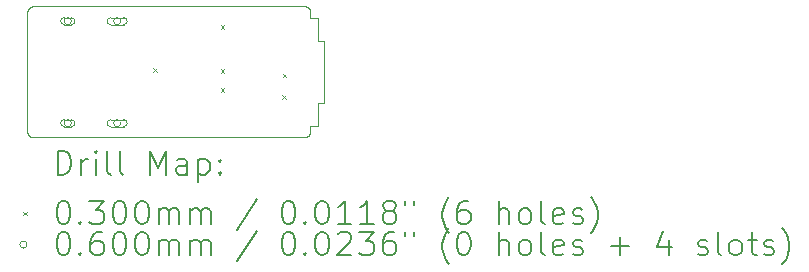
<source format=gbr>
%TF.GenerationSoftware,KiCad,Pcbnew,8.0.0*%
%TF.CreationDate,2024-02-27T22:23:39+03:00*%
%TF.ProjectId,dummifier,64756d6d-6966-4696-9572-2e6b69636164,rev?*%
%TF.SameCoordinates,Original*%
%TF.FileFunction,Drillmap*%
%TF.FilePolarity,Positive*%
%FSLAX45Y45*%
G04 Gerber Fmt 4.5, Leading zero omitted, Abs format (unit mm)*
G04 Created by KiCad (PCBNEW 8.0.0) date 2024-02-27 22:23:39*
%MOMM*%
%LPD*%
G01*
G04 APERTURE LIST*
%ADD10C,0.067468*%
%ADD11C,0.200000*%
%ADD12C,0.100000*%
G04 APERTURE END LIST*
D10*
X4395079Y-1974016D02*
X4397354Y-1974166D01*
X4399600Y-1974414D01*
X4401814Y-1974758D01*
X4403994Y-1975196D01*
X4406139Y-1975724D01*
X4408247Y-1976342D01*
X4410315Y-1977047D01*
X4412341Y-1977837D01*
X4414323Y-1978709D01*
X4416260Y-1979662D01*
X4418150Y-1980694D01*
X4419989Y-1981802D01*
X4421777Y-1982983D01*
X4423511Y-1984237D01*
X4425190Y-1985561D01*
X4427266Y-1987366D01*
X4429241Y-1989279D01*
X4431111Y-1991296D01*
X4432871Y-1993413D01*
X4434516Y-1995624D01*
X4436042Y-1997926D01*
X4437444Y-2000314D01*
X4438717Y-2002783D01*
X4439858Y-2005329D01*
X4440862Y-2007948D01*
X4441723Y-2010635D01*
X4442438Y-2013386D01*
X4443003Y-2016196D01*
X4443411Y-2019060D01*
X4443660Y-2021975D01*
X4443743Y-2024936D01*
X4443743Y-2077589D01*
X4510896Y-2077589D01*
X4510896Y-2265184D01*
X4561919Y-2265184D01*
X4561919Y-2797080D01*
X4510896Y-2797080D01*
X4510896Y-2984675D01*
X4443743Y-2984675D01*
X4443743Y-3033061D01*
X4443677Y-3035693D01*
X4443481Y-3038289D01*
X4443159Y-3040847D01*
X4442712Y-3043363D01*
X4442145Y-3045834D01*
X4441461Y-3048256D01*
X4440663Y-3050627D01*
X4439753Y-3052944D01*
X4438736Y-3055204D01*
X4437614Y-3057402D01*
X4436390Y-3059537D01*
X4435067Y-3061604D01*
X4433650Y-3063602D01*
X4432140Y-3065526D01*
X4430541Y-3067373D01*
X4428856Y-3069141D01*
X4427088Y-3070826D01*
X4425241Y-3072425D01*
X4423317Y-3073936D01*
X4421320Y-3075354D01*
X4419252Y-3076676D01*
X4417118Y-3077900D01*
X4414919Y-3079023D01*
X4412660Y-3080041D01*
X4410344Y-3080950D01*
X4407972Y-3081749D01*
X4405550Y-3082433D01*
X4403079Y-3083000D01*
X4400563Y-3083447D01*
X4398005Y-3083770D01*
X4395409Y-3083966D01*
X4392776Y-3084032D01*
X2099052Y-3084035D01*
X2096419Y-3083969D01*
X2093823Y-3083773D01*
X2091265Y-3083450D01*
X2088750Y-3083004D01*
X2086279Y-3082437D01*
X2083856Y-3081752D01*
X2081485Y-3080954D01*
X2079168Y-3080044D01*
X2076909Y-3079026D01*
X2074711Y-3077904D01*
X2072576Y-3076680D01*
X2070508Y-3075357D01*
X2068511Y-3073939D01*
X2066587Y-3072429D01*
X2064739Y-3070830D01*
X2062971Y-3069144D01*
X2061286Y-3067376D01*
X2059687Y-3065529D01*
X2058177Y-3063605D01*
X2056759Y-3061607D01*
X2055436Y-3059540D01*
X2054212Y-3057405D01*
X2053090Y-3055207D01*
X2052072Y-3052948D01*
X2051162Y-3050631D01*
X2050364Y-3048259D01*
X2049679Y-3045837D01*
X2049112Y-3043366D01*
X2048666Y-3040850D01*
X2048343Y-3038293D01*
X2048147Y-3035696D01*
X2048081Y-3033064D01*
X2048081Y-2024936D01*
X2048147Y-2022304D01*
X2048343Y-2019707D01*
X2048666Y-2017150D01*
X2049112Y-2014634D01*
X2049679Y-2012163D01*
X2050364Y-2009740D01*
X2051162Y-2007369D01*
X2052072Y-2005052D01*
X2053090Y-2002793D01*
X2054212Y-2000595D01*
X2055436Y-1998460D01*
X2056759Y-1996392D01*
X2058177Y-1994395D01*
X2059687Y-1992471D01*
X2061286Y-1990623D01*
X2062971Y-1988856D01*
X2064739Y-1987170D01*
X2066587Y-1985571D01*
X2068511Y-1984061D01*
X2070508Y-1982643D01*
X2072576Y-1981320D01*
X2074711Y-1980096D01*
X2076909Y-1978974D01*
X2079168Y-1977956D01*
X2081485Y-1977046D01*
X2083856Y-1976248D01*
X2086279Y-1975563D01*
X2088750Y-1974996D01*
X2091265Y-1974550D01*
X2093823Y-1974227D01*
X2096419Y-1974031D01*
X2099052Y-1973965D01*
X4392776Y-1973965D01*
X4395079Y-1974016D01*
D11*
D12*
X3112573Y-2497427D02*
X3142573Y-2527427D01*
X3142573Y-2497427D02*
X3112573Y-2527427D01*
X3685000Y-2135000D02*
X3715000Y-2165000D01*
X3715000Y-2135000D02*
X3685000Y-2165000D01*
X3685000Y-2508500D02*
X3715000Y-2538500D01*
X3715000Y-2508500D02*
X3685000Y-2538500D01*
X3685000Y-2667500D02*
X3715000Y-2697500D01*
X3715000Y-2667500D02*
X3685000Y-2697500D01*
X4208000Y-2726000D02*
X4238000Y-2756000D01*
X4238000Y-2726000D02*
X4208000Y-2756000D01*
X4209000Y-2544000D02*
X4239000Y-2574000D01*
X4239000Y-2544000D02*
X4209000Y-2574000D01*
X2420500Y-2100000D02*
G75*
G02*
X2360500Y-2100000I-30000J0D01*
G01*
X2360500Y-2100000D02*
G75*
G02*
X2420500Y-2100000I30000J0D01*
G01*
X2420500Y-2070000D02*
X2360500Y-2070000D01*
X2360500Y-2130000D02*
G75*
G02*
X2360500Y-2070000I0J30000D01*
G01*
X2360500Y-2130000D02*
X2420500Y-2130000D01*
X2420500Y-2130000D02*
G75*
G03*
X2420500Y-2070000I0J30000D01*
G01*
X2420500Y-2964000D02*
G75*
G02*
X2360500Y-2964000I-30000J0D01*
G01*
X2360500Y-2964000D02*
G75*
G02*
X2420500Y-2964000I30000J0D01*
G01*
X2420500Y-2934000D02*
X2360500Y-2934000D01*
X2360500Y-2994000D02*
G75*
G02*
X2360500Y-2934000I0J30000D01*
G01*
X2360500Y-2994000D02*
X2420500Y-2994000D01*
X2420500Y-2994000D02*
G75*
G03*
X2420500Y-2934000I0J30000D01*
G01*
X2838500Y-2100000D02*
G75*
G02*
X2778500Y-2100000I-30000J0D01*
G01*
X2778500Y-2100000D02*
G75*
G02*
X2838500Y-2100000I30000J0D01*
G01*
X2863500Y-2070000D02*
X2753500Y-2070000D01*
X2753500Y-2130000D02*
G75*
G02*
X2753500Y-2070000I0J30000D01*
G01*
X2753500Y-2130000D02*
X2863500Y-2130000D01*
X2863500Y-2130000D02*
G75*
G03*
X2863500Y-2070000I0J30000D01*
G01*
X2838500Y-2964000D02*
G75*
G02*
X2778500Y-2964000I-30000J0D01*
G01*
X2778500Y-2964000D02*
G75*
G02*
X2838500Y-2964000I30000J0D01*
G01*
X2863500Y-2934000D02*
X2753500Y-2934000D01*
X2753500Y-2994000D02*
G75*
G02*
X2753500Y-2934000I0J30000D01*
G01*
X2753500Y-2994000D02*
X2863500Y-2994000D01*
X2863500Y-2994000D02*
G75*
G03*
X2863500Y-2934000I0J30000D01*
G01*
D11*
X2305484Y-3398892D02*
X2305484Y-3198892D01*
X2305484Y-3198892D02*
X2353103Y-3198892D01*
X2353103Y-3198892D02*
X2381675Y-3208416D01*
X2381675Y-3208416D02*
X2400722Y-3227464D01*
X2400722Y-3227464D02*
X2410246Y-3246511D01*
X2410246Y-3246511D02*
X2419770Y-3284606D01*
X2419770Y-3284606D02*
X2419770Y-3313178D01*
X2419770Y-3313178D02*
X2410246Y-3351273D01*
X2410246Y-3351273D02*
X2400722Y-3370321D01*
X2400722Y-3370321D02*
X2381675Y-3389368D01*
X2381675Y-3389368D02*
X2353103Y-3398892D01*
X2353103Y-3398892D02*
X2305484Y-3398892D01*
X2505484Y-3398892D02*
X2505484Y-3265559D01*
X2505484Y-3303654D02*
X2515008Y-3284606D01*
X2515008Y-3284606D02*
X2524532Y-3275083D01*
X2524532Y-3275083D02*
X2543580Y-3265559D01*
X2543580Y-3265559D02*
X2562627Y-3265559D01*
X2629294Y-3398892D02*
X2629294Y-3265559D01*
X2629294Y-3198892D02*
X2619770Y-3208416D01*
X2619770Y-3208416D02*
X2629294Y-3217940D01*
X2629294Y-3217940D02*
X2638818Y-3208416D01*
X2638818Y-3208416D02*
X2629294Y-3198892D01*
X2629294Y-3198892D02*
X2629294Y-3217940D01*
X2753103Y-3398892D02*
X2734056Y-3389368D01*
X2734056Y-3389368D02*
X2724532Y-3370321D01*
X2724532Y-3370321D02*
X2724532Y-3198892D01*
X2857865Y-3398892D02*
X2838818Y-3389368D01*
X2838818Y-3389368D02*
X2829294Y-3370321D01*
X2829294Y-3370321D02*
X2829294Y-3198892D01*
X3086437Y-3398892D02*
X3086437Y-3198892D01*
X3086437Y-3198892D02*
X3153103Y-3341749D01*
X3153103Y-3341749D02*
X3219770Y-3198892D01*
X3219770Y-3198892D02*
X3219770Y-3398892D01*
X3400722Y-3398892D02*
X3400722Y-3294130D01*
X3400722Y-3294130D02*
X3391199Y-3275083D01*
X3391199Y-3275083D02*
X3372151Y-3265559D01*
X3372151Y-3265559D02*
X3334056Y-3265559D01*
X3334056Y-3265559D02*
X3315008Y-3275083D01*
X3400722Y-3389368D02*
X3381675Y-3398892D01*
X3381675Y-3398892D02*
X3334056Y-3398892D01*
X3334056Y-3398892D02*
X3315008Y-3389368D01*
X3315008Y-3389368D02*
X3305484Y-3370321D01*
X3305484Y-3370321D02*
X3305484Y-3351273D01*
X3305484Y-3351273D02*
X3315008Y-3332225D01*
X3315008Y-3332225D02*
X3334056Y-3322702D01*
X3334056Y-3322702D02*
X3381675Y-3322702D01*
X3381675Y-3322702D02*
X3400722Y-3313178D01*
X3495960Y-3265559D02*
X3495960Y-3465559D01*
X3495960Y-3275083D02*
X3515008Y-3265559D01*
X3515008Y-3265559D02*
X3553103Y-3265559D01*
X3553103Y-3265559D02*
X3572151Y-3275083D01*
X3572151Y-3275083D02*
X3581675Y-3284606D01*
X3581675Y-3284606D02*
X3591199Y-3303654D01*
X3591199Y-3303654D02*
X3591199Y-3360797D01*
X3591199Y-3360797D02*
X3581675Y-3379844D01*
X3581675Y-3379844D02*
X3572151Y-3389368D01*
X3572151Y-3389368D02*
X3553103Y-3398892D01*
X3553103Y-3398892D02*
X3515008Y-3398892D01*
X3515008Y-3398892D02*
X3495960Y-3389368D01*
X3676913Y-3379844D02*
X3686437Y-3389368D01*
X3686437Y-3389368D02*
X3676913Y-3398892D01*
X3676913Y-3398892D02*
X3667389Y-3389368D01*
X3667389Y-3389368D02*
X3676913Y-3379844D01*
X3676913Y-3379844D02*
X3676913Y-3398892D01*
X3676913Y-3275083D02*
X3686437Y-3284606D01*
X3686437Y-3284606D02*
X3676913Y-3294130D01*
X3676913Y-3294130D02*
X3667389Y-3284606D01*
X3667389Y-3284606D02*
X3676913Y-3275083D01*
X3676913Y-3275083D02*
X3676913Y-3294130D01*
D12*
X2014707Y-3712408D02*
X2044707Y-3742408D01*
X2044707Y-3712408D02*
X2014707Y-3742408D01*
D11*
X2343580Y-3618892D02*
X2362627Y-3618892D01*
X2362627Y-3618892D02*
X2381675Y-3628416D01*
X2381675Y-3628416D02*
X2391199Y-3637940D01*
X2391199Y-3637940D02*
X2400722Y-3656987D01*
X2400722Y-3656987D02*
X2410246Y-3695083D01*
X2410246Y-3695083D02*
X2410246Y-3742702D01*
X2410246Y-3742702D02*
X2400722Y-3780797D01*
X2400722Y-3780797D02*
X2391199Y-3799844D01*
X2391199Y-3799844D02*
X2381675Y-3809368D01*
X2381675Y-3809368D02*
X2362627Y-3818892D01*
X2362627Y-3818892D02*
X2343580Y-3818892D01*
X2343580Y-3818892D02*
X2324532Y-3809368D01*
X2324532Y-3809368D02*
X2315008Y-3799844D01*
X2315008Y-3799844D02*
X2305484Y-3780797D01*
X2305484Y-3780797D02*
X2295961Y-3742702D01*
X2295961Y-3742702D02*
X2295961Y-3695083D01*
X2295961Y-3695083D02*
X2305484Y-3656987D01*
X2305484Y-3656987D02*
X2315008Y-3637940D01*
X2315008Y-3637940D02*
X2324532Y-3628416D01*
X2324532Y-3628416D02*
X2343580Y-3618892D01*
X2495961Y-3799844D02*
X2505484Y-3809368D01*
X2505484Y-3809368D02*
X2495961Y-3818892D01*
X2495961Y-3818892D02*
X2486437Y-3809368D01*
X2486437Y-3809368D02*
X2495961Y-3799844D01*
X2495961Y-3799844D02*
X2495961Y-3818892D01*
X2572151Y-3618892D02*
X2695961Y-3618892D01*
X2695961Y-3618892D02*
X2629294Y-3695083D01*
X2629294Y-3695083D02*
X2657865Y-3695083D01*
X2657865Y-3695083D02*
X2676913Y-3704606D01*
X2676913Y-3704606D02*
X2686437Y-3714130D01*
X2686437Y-3714130D02*
X2695961Y-3733178D01*
X2695961Y-3733178D02*
X2695961Y-3780797D01*
X2695961Y-3780797D02*
X2686437Y-3799844D01*
X2686437Y-3799844D02*
X2676913Y-3809368D01*
X2676913Y-3809368D02*
X2657865Y-3818892D01*
X2657865Y-3818892D02*
X2600722Y-3818892D01*
X2600722Y-3818892D02*
X2581675Y-3809368D01*
X2581675Y-3809368D02*
X2572151Y-3799844D01*
X2819770Y-3618892D02*
X2838818Y-3618892D01*
X2838818Y-3618892D02*
X2857865Y-3628416D01*
X2857865Y-3628416D02*
X2867389Y-3637940D01*
X2867389Y-3637940D02*
X2876913Y-3656987D01*
X2876913Y-3656987D02*
X2886437Y-3695083D01*
X2886437Y-3695083D02*
X2886437Y-3742702D01*
X2886437Y-3742702D02*
X2876913Y-3780797D01*
X2876913Y-3780797D02*
X2867389Y-3799844D01*
X2867389Y-3799844D02*
X2857865Y-3809368D01*
X2857865Y-3809368D02*
X2838818Y-3818892D01*
X2838818Y-3818892D02*
X2819770Y-3818892D01*
X2819770Y-3818892D02*
X2800722Y-3809368D01*
X2800722Y-3809368D02*
X2791199Y-3799844D01*
X2791199Y-3799844D02*
X2781675Y-3780797D01*
X2781675Y-3780797D02*
X2772151Y-3742702D01*
X2772151Y-3742702D02*
X2772151Y-3695083D01*
X2772151Y-3695083D02*
X2781675Y-3656987D01*
X2781675Y-3656987D02*
X2791199Y-3637940D01*
X2791199Y-3637940D02*
X2800722Y-3628416D01*
X2800722Y-3628416D02*
X2819770Y-3618892D01*
X3010246Y-3618892D02*
X3029294Y-3618892D01*
X3029294Y-3618892D02*
X3048341Y-3628416D01*
X3048341Y-3628416D02*
X3057865Y-3637940D01*
X3057865Y-3637940D02*
X3067389Y-3656987D01*
X3067389Y-3656987D02*
X3076913Y-3695083D01*
X3076913Y-3695083D02*
X3076913Y-3742702D01*
X3076913Y-3742702D02*
X3067389Y-3780797D01*
X3067389Y-3780797D02*
X3057865Y-3799844D01*
X3057865Y-3799844D02*
X3048341Y-3809368D01*
X3048341Y-3809368D02*
X3029294Y-3818892D01*
X3029294Y-3818892D02*
X3010246Y-3818892D01*
X3010246Y-3818892D02*
X2991199Y-3809368D01*
X2991199Y-3809368D02*
X2981675Y-3799844D01*
X2981675Y-3799844D02*
X2972151Y-3780797D01*
X2972151Y-3780797D02*
X2962627Y-3742702D01*
X2962627Y-3742702D02*
X2962627Y-3695083D01*
X2962627Y-3695083D02*
X2972151Y-3656987D01*
X2972151Y-3656987D02*
X2981675Y-3637940D01*
X2981675Y-3637940D02*
X2991199Y-3628416D01*
X2991199Y-3628416D02*
X3010246Y-3618892D01*
X3162627Y-3818892D02*
X3162627Y-3685559D01*
X3162627Y-3704606D02*
X3172151Y-3695083D01*
X3172151Y-3695083D02*
X3191199Y-3685559D01*
X3191199Y-3685559D02*
X3219770Y-3685559D01*
X3219770Y-3685559D02*
X3238818Y-3695083D01*
X3238818Y-3695083D02*
X3248341Y-3714130D01*
X3248341Y-3714130D02*
X3248341Y-3818892D01*
X3248341Y-3714130D02*
X3257865Y-3695083D01*
X3257865Y-3695083D02*
X3276913Y-3685559D01*
X3276913Y-3685559D02*
X3305484Y-3685559D01*
X3305484Y-3685559D02*
X3324532Y-3695083D01*
X3324532Y-3695083D02*
X3334056Y-3714130D01*
X3334056Y-3714130D02*
X3334056Y-3818892D01*
X3429294Y-3818892D02*
X3429294Y-3685559D01*
X3429294Y-3704606D02*
X3438818Y-3695083D01*
X3438818Y-3695083D02*
X3457865Y-3685559D01*
X3457865Y-3685559D02*
X3486437Y-3685559D01*
X3486437Y-3685559D02*
X3505484Y-3695083D01*
X3505484Y-3695083D02*
X3515008Y-3714130D01*
X3515008Y-3714130D02*
X3515008Y-3818892D01*
X3515008Y-3714130D02*
X3524532Y-3695083D01*
X3524532Y-3695083D02*
X3543580Y-3685559D01*
X3543580Y-3685559D02*
X3572151Y-3685559D01*
X3572151Y-3685559D02*
X3591199Y-3695083D01*
X3591199Y-3695083D02*
X3600722Y-3714130D01*
X3600722Y-3714130D02*
X3600722Y-3818892D01*
X3991199Y-3609368D02*
X3819770Y-3866511D01*
X4248342Y-3618892D02*
X4267389Y-3618892D01*
X4267389Y-3618892D02*
X4286437Y-3628416D01*
X4286437Y-3628416D02*
X4295961Y-3637940D01*
X4295961Y-3637940D02*
X4305485Y-3656987D01*
X4305485Y-3656987D02*
X4315008Y-3695083D01*
X4315008Y-3695083D02*
X4315008Y-3742702D01*
X4315008Y-3742702D02*
X4305485Y-3780797D01*
X4305485Y-3780797D02*
X4295961Y-3799844D01*
X4295961Y-3799844D02*
X4286437Y-3809368D01*
X4286437Y-3809368D02*
X4267389Y-3818892D01*
X4267389Y-3818892D02*
X4248342Y-3818892D01*
X4248342Y-3818892D02*
X4229294Y-3809368D01*
X4229294Y-3809368D02*
X4219770Y-3799844D01*
X4219770Y-3799844D02*
X4210246Y-3780797D01*
X4210246Y-3780797D02*
X4200723Y-3742702D01*
X4200723Y-3742702D02*
X4200723Y-3695083D01*
X4200723Y-3695083D02*
X4210246Y-3656987D01*
X4210246Y-3656987D02*
X4219770Y-3637940D01*
X4219770Y-3637940D02*
X4229294Y-3628416D01*
X4229294Y-3628416D02*
X4248342Y-3618892D01*
X4400723Y-3799844D02*
X4410246Y-3809368D01*
X4410246Y-3809368D02*
X4400723Y-3818892D01*
X4400723Y-3818892D02*
X4391199Y-3809368D01*
X4391199Y-3809368D02*
X4400723Y-3799844D01*
X4400723Y-3799844D02*
X4400723Y-3818892D01*
X4534056Y-3618892D02*
X4553104Y-3618892D01*
X4553104Y-3618892D02*
X4572151Y-3628416D01*
X4572151Y-3628416D02*
X4581675Y-3637940D01*
X4581675Y-3637940D02*
X4591199Y-3656987D01*
X4591199Y-3656987D02*
X4600723Y-3695083D01*
X4600723Y-3695083D02*
X4600723Y-3742702D01*
X4600723Y-3742702D02*
X4591199Y-3780797D01*
X4591199Y-3780797D02*
X4581675Y-3799844D01*
X4581675Y-3799844D02*
X4572151Y-3809368D01*
X4572151Y-3809368D02*
X4553104Y-3818892D01*
X4553104Y-3818892D02*
X4534056Y-3818892D01*
X4534056Y-3818892D02*
X4515008Y-3809368D01*
X4515008Y-3809368D02*
X4505485Y-3799844D01*
X4505485Y-3799844D02*
X4495961Y-3780797D01*
X4495961Y-3780797D02*
X4486437Y-3742702D01*
X4486437Y-3742702D02*
X4486437Y-3695083D01*
X4486437Y-3695083D02*
X4495961Y-3656987D01*
X4495961Y-3656987D02*
X4505485Y-3637940D01*
X4505485Y-3637940D02*
X4515008Y-3628416D01*
X4515008Y-3628416D02*
X4534056Y-3618892D01*
X4791199Y-3818892D02*
X4676913Y-3818892D01*
X4734056Y-3818892D02*
X4734056Y-3618892D01*
X4734056Y-3618892D02*
X4715008Y-3647464D01*
X4715008Y-3647464D02*
X4695961Y-3666511D01*
X4695961Y-3666511D02*
X4676913Y-3676035D01*
X4981675Y-3818892D02*
X4867389Y-3818892D01*
X4924532Y-3818892D02*
X4924532Y-3618892D01*
X4924532Y-3618892D02*
X4905485Y-3647464D01*
X4905485Y-3647464D02*
X4886437Y-3666511D01*
X4886437Y-3666511D02*
X4867389Y-3676035D01*
X5095961Y-3704606D02*
X5076913Y-3695083D01*
X5076913Y-3695083D02*
X5067389Y-3685559D01*
X5067389Y-3685559D02*
X5057866Y-3666511D01*
X5057866Y-3666511D02*
X5057866Y-3656987D01*
X5057866Y-3656987D02*
X5067389Y-3637940D01*
X5067389Y-3637940D02*
X5076913Y-3628416D01*
X5076913Y-3628416D02*
X5095961Y-3618892D01*
X5095961Y-3618892D02*
X5134056Y-3618892D01*
X5134056Y-3618892D02*
X5153104Y-3628416D01*
X5153104Y-3628416D02*
X5162627Y-3637940D01*
X5162627Y-3637940D02*
X5172151Y-3656987D01*
X5172151Y-3656987D02*
X5172151Y-3666511D01*
X5172151Y-3666511D02*
X5162627Y-3685559D01*
X5162627Y-3685559D02*
X5153104Y-3695083D01*
X5153104Y-3695083D02*
X5134056Y-3704606D01*
X5134056Y-3704606D02*
X5095961Y-3704606D01*
X5095961Y-3704606D02*
X5076913Y-3714130D01*
X5076913Y-3714130D02*
X5067389Y-3723654D01*
X5067389Y-3723654D02*
X5057866Y-3742702D01*
X5057866Y-3742702D02*
X5057866Y-3780797D01*
X5057866Y-3780797D02*
X5067389Y-3799844D01*
X5067389Y-3799844D02*
X5076913Y-3809368D01*
X5076913Y-3809368D02*
X5095961Y-3818892D01*
X5095961Y-3818892D02*
X5134056Y-3818892D01*
X5134056Y-3818892D02*
X5153104Y-3809368D01*
X5153104Y-3809368D02*
X5162627Y-3799844D01*
X5162627Y-3799844D02*
X5172151Y-3780797D01*
X5172151Y-3780797D02*
X5172151Y-3742702D01*
X5172151Y-3742702D02*
X5162627Y-3723654D01*
X5162627Y-3723654D02*
X5153104Y-3714130D01*
X5153104Y-3714130D02*
X5134056Y-3704606D01*
X5248342Y-3618892D02*
X5248342Y-3656987D01*
X5324532Y-3618892D02*
X5324532Y-3656987D01*
X5619770Y-3895083D02*
X5610246Y-3885559D01*
X5610246Y-3885559D02*
X5591199Y-3856987D01*
X5591199Y-3856987D02*
X5581675Y-3837940D01*
X5581675Y-3837940D02*
X5572151Y-3809368D01*
X5572151Y-3809368D02*
X5562628Y-3761749D01*
X5562628Y-3761749D02*
X5562628Y-3723654D01*
X5562628Y-3723654D02*
X5572151Y-3676035D01*
X5572151Y-3676035D02*
X5581675Y-3647464D01*
X5581675Y-3647464D02*
X5591199Y-3628416D01*
X5591199Y-3628416D02*
X5610246Y-3599844D01*
X5610246Y-3599844D02*
X5619770Y-3590321D01*
X5781675Y-3618892D02*
X5743580Y-3618892D01*
X5743580Y-3618892D02*
X5724532Y-3628416D01*
X5724532Y-3628416D02*
X5715008Y-3637940D01*
X5715008Y-3637940D02*
X5695961Y-3666511D01*
X5695961Y-3666511D02*
X5686437Y-3704606D01*
X5686437Y-3704606D02*
X5686437Y-3780797D01*
X5686437Y-3780797D02*
X5695961Y-3799844D01*
X5695961Y-3799844D02*
X5705485Y-3809368D01*
X5705485Y-3809368D02*
X5724532Y-3818892D01*
X5724532Y-3818892D02*
X5762627Y-3818892D01*
X5762627Y-3818892D02*
X5781675Y-3809368D01*
X5781675Y-3809368D02*
X5791199Y-3799844D01*
X5791199Y-3799844D02*
X5800723Y-3780797D01*
X5800723Y-3780797D02*
X5800723Y-3733178D01*
X5800723Y-3733178D02*
X5791199Y-3714130D01*
X5791199Y-3714130D02*
X5781675Y-3704606D01*
X5781675Y-3704606D02*
X5762627Y-3695083D01*
X5762627Y-3695083D02*
X5724532Y-3695083D01*
X5724532Y-3695083D02*
X5705485Y-3704606D01*
X5705485Y-3704606D02*
X5695961Y-3714130D01*
X5695961Y-3714130D02*
X5686437Y-3733178D01*
X6038818Y-3818892D02*
X6038818Y-3618892D01*
X6124532Y-3818892D02*
X6124532Y-3714130D01*
X6124532Y-3714130D02*
X6115008Y-3695083D01*
X6115008Y-3695083D02*
X6095961Y-3685559D01*
X6095961Y-3685559D02*
X6067389Y-3685559D01*
X6067389Y-3685559D02*
X6048342Y-3695083D01*
X6048342Y-3695083D02*
X6038818Y-3704606D01*
X6248342Y-3818892D02*
X6229294Y-3809368D01*
X6229294Y-3809368D02*
X6219770Y-3799844D01*
X6219770Y-3799844D02*
X6210247Y-3780797D01*
X6210247Y-3780797D02*
X6210247Y-3723654D01*
X6210247Y-3723654D02*
X6219770Y-3704606D01*
X6219770Y-3704606D02*
X6229294Y-3695083D01*
X6229294Y-3695083D02*
X6248342Y-3685559D01*
X6248342Y-3685559D02*
X6276913Y-3685559D01*
X6276913Y-3685559D02*
X6295961Y-3695083D01*
X6295961Y-3695083D02*
X6305485Y-3704606D01*
X6305485Y-3704606D02*
X6315008Y-3723654D01*
X6315008Y-3723654D02*
X6315008Y-3780797D01*
X6315008Y-3780797D02*
X6305485Y-3799844D01*
X6305485Y-3799844D02*
X6295961Y-3809368D01*
X6295961Y-3809368D02*
X6276913Y-3818892D01*
X6276913Y-3818892D02*
X6248342Y-3818892D01*
X6429294Y-3818892D02*
X6410247Y-3809368D01*
X6410247Y-3809368D02*
X6400723Y-3790321D01*
X6400723Y-3790321D02*
X6400723Y-3618892D01*
X6581675Y-3809368D02*
X6562628Y-3818892D01*
X6562628Y-3818892D02*
X6524532Y-3818892D01*
X6524532Y-3818892D02*
X6505485Y-3809368D01*
X6505485Y-3809368D02*
X6495961Y-3790321D01*
X6495961Y-3790321D02*
X6495961Y-3714130D01*
X6495961Y-3714130D02*
X6505485Y-3695083D01*
X6505485Y-3695083D02*
X6524532Y-3685559D01*
X6524532Y-3685559D02*
X6562628Y-3685559D01*
X6562628Y-3685559D02*
X6581675Y-3695083D01*
X6581675Y-3695083D02*
X6591199Y-3714130D01*
X6591199Y-3714130D02*
X6591199Y-3733178D01*
X6591199Y-3733178D02*
X6495961Y-3752225D01*
X6667389Y-3809368D02*
X6686437Y-3818892D01*
X6686437Y-3818892D02*
X6724532Y-3818892D01*
X6724532Y-3818892D02*
X6743580Y-3809368D01*
X6743580Y-3809368D02*
X6753104Y-3790321D01*
X6753104Y-3790321D02*
X6753104Y-3780797D01*
X6753104Y-3780797D02*
X6743580Y-3761749D01*
X6743580Y-3761749D02*
X6724532Y-3752225D01*
X6724532Y-3752225D02*
X6695961Y-3752225D01*
X6695961Y-3752225D02*
X6676913Y-3742702D01*
X6676913Y-3742702D02*
X6667389Y-3723654D01*
X6667389Y-3723654D02*
X6667389Y-3714130D01*
X6667389Y-3714130D02*
X6676913Y-3695083D01*
X6676913Y-3695083D02*
X6695961Y-3685559D01*
X6695961Y-3685559D02*
X6724532Y-3685559D01*
X6724532Y-3685559D02*
X6743580Y-3695083D01*
X6819770Y-3895083D02*
X6829294Y-3885559D01*
X6829294Y-3885559D02*
X6848342Y-3856987D01*
X6848342Y-3856987D02*
X6857866Y-3837940D01*
X6857866Y-3837940D02*
X6867389Y-3809368D01*
X6867389Y-3809368D02*
X6876913Y-3761749D01*
X6876913Y-3761749D02*
X6876913Y-3723654D01*
X6876913Y-3723654D02*
X6867389Y-3676035D01*
X6867389Y-3676035D02*
X6857866Y-3647464D01*
X6857866Y-3647464D02*
X6848342Y-3628416D01*
X6848342Y-3628416D02*
X6829294Y-3599844D01*
X6829294Y-3599844D02*
X6819770Y-3590321D01*
D12*
X2044707Y-3991408D02*
G75*
G02*
X1984707Y-3991408I-30000J0D01*
G01*
X1984707Y-3991408D02*
G75*
G02*
X2044707Y-3991408I30000J0D01*
G01*
D11*
X2343580Y-3882892D02*
X2362627Y-3882892D01*
X2362627Y-3882892D02*
X2381675Y-3892416D01*
X2381675Y-3892416D02*
X2391199Y-3901940D01*
X2391199Y-3901940D02*
X2400722Y-3920987D01*
X2400722Y-3920987D02*
X2410246Y-3959083D01*
X2410246Y-3959083D02*
X2410246Y-4006702D01*
X2410246Y-4006702D02*
X2400722Y-4044797D01*
X2400722Y-4044797D02*
X2391199Y-4063844D01*
X2391199Y-4063844D02*
X2381675Y-4073368D01*
X2381675Y-4073368D02*
X2362627Y-4082892D01*
X2362627Y-4082892D02*
X2343580Y-4082892D01*
X2343580Y-4082892D02*
X2324532Y-4073368D01*
X2324532Y-4073368D02*
X2315008Y-4063844D01*
X2315008Y-4063844D02*
X2305484Y-4044797D01*
X2305484Y-4044797D02*
X2295961Y-4006702D01*
X2295961Y-4006702D02*
X2295961Y-3959083D01*
X2295961Y-3959083D02*
X2305484Y-3920987D01*
X2305484Y-3920987D02*
X2315008Y-3901940D01*
X2315008Y-3901940D02*
X2324532Y-3892416D01*
X2324532Y-3892416D02*
X2343580Y-3882892D01*
X2495961Y-4063844D02*
X2505484Y-4073368D01*
X2505484Y-4073368D02*
X2495961Y-4082892D01*
X2495961Y-4082892D02*
X2486437Y-4073368D01*
X2486437Y-4073368D02*
X2495961Y-4063844D01*
X2495961Y-4063844D02*
X2495961Y-4082892D01*
X2676913Y-3882892D02*
X2638818Y-3882892D01*
X2638818Y-3882892D02*
X2619770Y-3892416D01*
X2619770Y-3892416D02*
X2610246Y-3901940D01*
X2610246Y-3901940D02*
X2591199Y-3930511D01*
X2591199Y-3930511D02*
X2581675Y-3968606D01*
X2581675Y-3968606D02*
X2581675Y-4044797D01*
X2581675Y-4044797D02*
X2591199Y-4063844D01*
X2591199Y-4063844D02*
X2600722Y-4073368D01*
X2600722Y-4073368D02*
X2619770Y-4082892D01*
X2619770Y-4082892D02*
X2657865Y-4082892D01*
X2657865Y-4082892D02*
X2676913Y-4073368D01*
X2676913Y-4073368D02*
X2686437Y-4063844D01*
X2686437Y-4063844D02*
X2695961Y-4044797D01*
X2695961Y-4044797D02*
X2695961Y-3997178D01*
X2695961Y-3997178D02*
X2686437Y-3978130D01*
X2686437Y-3978130D02*
X2676913Y-3968606D01*
X2676913Y-3968606D02*
X2657865Y-3959083D01*
X2657865Y-3959083D02*
X2619770Y-3959083D01*
X2619770Y-3959083D02*
X2600722Y-3968606D01*
X2600722Y-3968606D02*
X2591199Y-3978130D01*
X2591199Y-3978130D02*
X2581675Y-3997178D01*
X2819770Y-3882892D02*
X2838818Y-3882892D01*
X2838818Y-3882892D02*
X2857865Y-3892416D01*
X2857865Y-3892416D02*
X2867389Y-3901940D01*
X2867389Y-3901940D02*
X2876913Y-3920987D01*
X2876913Y-3920987D02*
X2886437Y-3959083D01*
X2886437Y-3959083D02*
X2886437Y-4006702D01*
X2886437Y-4006702D02*
X2876913Y-4044797D01*
X2876913Y-4044797D02*
X2867389Y-4063844D01*
X2867389Y-4063844D02*
X2857865Y-4073368D01*
X2857865Y-4073368D02*
X2838818Y-4082892D01*
X2838818Y-4082892D02*
X2819770Y-4082892D01*
X2819770Y-4082892D02*
X2800722Y-4073368D01*
X2800722Y-4073368D02*
X2791199Y-4063844D01*
X2791199Y-4063844D02*
X2781675Y-4044797D01*
X2781675Y-4044797D02*
X2772151Y-4006702D01*
X2772151Y-4006702D02*
X2772151Y-3959083D01*
X2772151Y-3959083D02*
X2781675Y-3920987D01*
X2781675Y-3920987D02*
X2791199Y-3901940D01*
X2791199Y-3901940D02*
X2800722Y-3892416D01*
X2800722Y-3892416D02*
X2819770Y-3882892D01*
X3010246Y-3882892D02*
X3029294Y-3882892D01*
X3029294Y-3882892D02*
X3048341Y-3892416D01*
X3048341Y-3892416D02*
X3057865Y-3901940D01*
X3057865Y-3901940D02*
X3067389Y-3920987D01*
X3067389Y-3920987D02*
X3076913Y-3959083D01*
X3076913Y-3959083D02*
X3076913Y-4006702D01*
X3076913Y-4006702D02*
X3067389Y-4044797D01*
X3067389Y-4044797D02*
X3057865Y-4063844D01*
X3057865Y-4063844D02*
X3048341Y-4073368D01*
X3048341Y-4073368D02*
X3029294Y-4082892D01*
X3029294Y-4082892D02*
X3010246Y-4082892D01*
X3010246Y-4082892D02*
X2991199Y-4073368D01*
X2991199Y-4073368D02*
X2981675Y-4063844D01*
X2981675Y-4063844D02*
X2972151Y-4044797D01*
X2972151Y-4044797D02*
X2962627Y-4006702D01*
X2962627Y-4006702D02*
X2962627Y-3959083D01*
X2962627Y-3959083D02*
X2972151Y-3920987D01*
X2972151Y-3920987D02*
X2981675Y-3901940D01*
X2981675Y-3901940D02*
X2991199Y-3892416D01*
X2991199Y-3892416D02*
X3010246Y-3882892D01*
X3162627Y-4082892D02*
X3162627Y-3949559D01*
X3162627Y-3968606D02*
X3172151Y-3959083D01*
X3172151Y-3959083D02*
X3191199Y-3949559D01*
X3191199Y-3949559D02*
X3219770Y-3949559D01*
X3219770Y-3949559D02*
X3238818Y-3959083D01*
X3238818Y-3959083D02*
X3248341Y-3978130D01*
X3248341Y-3978130D02*
X3248341Y-4082892D01*
X3248341Y-3978130D02*
X3257865Y-3959083D01*
X3257865Y-3959083D02*
X3276913Y-3949559D01*
X3276913Y-3949559D02*
X3305484Y-3949559D01*
X3305484Y-3949559D02*
X3324532Y-3959083D01*
X3324532Y-3959083D02*
X3334056Y-3978130D01*
X3334056Y-3978130D02*
X3334056Y-4082892D01*
X3429294Y-4082892D02*
X3429294Y-3949559D01*
X3429294Y-3968606D02*
X3438818Y-3959083D01*
X3438818Y-3959083D02*
X3457865Y-3949559D01*
X3457865Y-3949559D02*
X3486437Y-3949559D01*
X3486437Y-3949559D02*
X3505484Y-3959083D01*
X3505484Y-3959083D02*
X3515008Y-3978130D01*
X3515008Y-3978130D02*
X3515008Y-4082892D01*
X3515008Y-3978130D02*
X3524532Y-3959083D01*
X3524532Y-3959083D02*
X3543580Y-3949559D01*
X3543580Y-3949559D02*
X3572151Y-3949559D01*
X3572151Y-3949559D02*
X3591199Y-3959083D01*
X3591199Y-3959083D02*
X3600722Y-3978130D01*
X3600722Y-3978130D02*
X3600722Y-4082892D01*
X3991199Y-3873368D02*
X3819770Y-4130511D01*
X4248342Y-3882892D02*
X4267389Y-3882892D01*
X4267389Y-3882892D02*
X4286437Y-3892416D01*
X4286437Y-3892416D02*
X4295961Y-3901940D01*
X4295961Y-3901940D02*
X4305485Y-3920987D01*
X4305485Y-3920987D02*
X4315008Y-3959083D01*
X4315008Y-3959083D02*
X4315008Y-4006702D01*
X4315008Y-4006702D02*
X4305485Y-4044797D01*
X4305485Y-4044797D02*
X4295961Y-4063844D01*
X4295961Y-4063844D02*
X4286437Y-4073368D01*
X4286437Y-4073368D02*
X4267389Y-4082892D01*
X4267389Y-4082892D02*
X4248342Y-4082892D01*
X4248342Y-4082892D02*
X4229294Y-4073368D01*
X4229294Y-4073368D02*
X4219770Y-4063844D01*
X4219770Y-4063844D02*
X4210246Y-4044797D01*
X4210246Y-4044797D02*
X4200723Y-4006702D01*
X4200723Y-4006702D02*
X4200723Y-3959083D01*
X4200723Y-3959083D02*
X4210246Y-3920987D01*
X4210246Y-3920987D02*
X4219770Y-3901940D01*
X4219770Y-3901940D02*
X4229294Y-3892416D01*
X4229294Y-3892416D02*
X4248342Y-3882892D01*
X4400723Y-4063844D02*
X4410246Y-4073368D01*
X4410246Y-4073368D02*
X4400723Y-4082892D01*
X4400723Y-4082892D02*
X4391199Y-4073368D01*
X4391199Y-4073368D02*
X4400723Y-4063844D01*
X4400723Y-4063844D02*
X4400723Y-4082892D01*
X4534056Y-3882892D02*
X4553104Y-3882892D01*
X4553104Y-3882892D02*
X4572151Y-3892416D01*
X4572151Y-3892416D02*
X4581675Y-3901940D01*
X4581675Y-3901940D02*
X4591199Y-3920987D01*
X4591199Y-3920987D02*
X4600723Y-3959083D01*
X4600723Y-3959083D02*
X4600723Y-4006702D01*
X4600723Y-4006702D02*
X4591199Y-4044797D01*
X4591199Y-4044797D02*
X4581675Y-4063844D01*
X4581675Y-4063844D02*
X4572151Y-4073368D01*
X4572151Y-4073368D02*
X4553104Y-4082892D01*
X4553104Y-4082892D02*
X4534056Y-4082892D01*
X4534056Y-4082892D02*
X4515008Y-4073368D01*
X4515008Y-4073368D02*
X4505485Y-4063844D01*
X4505485Y-4063844D02*
X4495961Y-4044797D01*
X4495961Y-4044797D02*
X4486437Y-4006702D01*
X4486437Y-4006702D02*
X4486437Y-3959083D01*
X4486437Y-3959083D02*
X4495961Y-3920987D01*
X4495961Y-3920987D02*
X4505485Y-3901940D01*
X4505485Y-3901940D02*
X4515008Y-3892416D01*
X4515008Y-3892416D02*
X4534056Y-3882892D01*
X4676913Y-3901940D02*
X4686437Y-3892416D01*
X4686437Y-3892416D02*
X4705485Y-3882892D01*
X4705485Y-3882892D02*
X4753104Y-3882892D01*
X4753104Y-3882892D02*
X4772151Y-3892416D01*
X4772151Y-3892416D02*
X4781675Y-3901940D01*
X4781675Y-3901940D02*
X4791199Y-3920987D01*
X4791199Y-3920987D02*
X4791199Y-3940035D01*
X4791199Y-3940035D02*
X4781675Y-3968606D01*
X4781675Y-3968606D02*
X4667389Y-4082892D01*
X4667389Y-4082892D02*
X4791199Y-4082892D01*
X4857866Y-3882892D02*
X4981675Y-3882892D01*
X4981675Y-3882892D02*
X4915008Y-3959083D01*
X4915008Y-3959083D02*
X4943580Y-3959083D01*
X4943580Y-3959083D02*
X4962627Y-3968606D01*
X4962627Y-3968606D02*
X4972151Y-3978130D01*
X4972151Y-3978130D02*
X4981675Y-3997178D01*
X4981675Y-3997178D02*
X4981675Y-4044797D01*
X4981675Y-4044797D02*
X4972151Y-4063844D01*
X4972151Y-4063844D02*
X4962627Y-4073368D01*
X4962627Y-4073368D02*
X4943580Y-4082892D01*
X4943580Y-4082892D02*
X4886437Y-4082892D01*
X4886437Y-4082892D02*
X4867389Y-4073368D01*
X4867389Y-4073368D02*
X4857866Y-4063844D01*
X5153104Y-3882892D02*
X5115008Y-3882892D01*
X5115008Y-3882892D02*
X5095961Y-3892416D01*
X5095961Y-3892416D02*
X5086437Y-3901940D01*
X5086437Y-3901940D02*
X5067389Y-3930511D01*
X5067389Y-3930511D02*
X5057866Y-3968606D01*
X5057866Y-3968606D02*
X5057866Y-4044797D01*
X5057866Y-4044797D02*
X5067389Y-4063844D01*
X5067389Y-4063844D02*
X5076913Y-4073368D01*
X5076913Y-4073368D02*
X5095961Y-4082892D01*
X5095961Y-4082892D02*
X5134056Y-4082892D01*
X5134056Y-4082892D02*
X5153104Y-4073368D01*
X5153104Y-4073368D02*
X5162627Y-4063844D01*
X5162627Y-4063844D02*
X5172151Y-4044797D01*
X5172151Y-4044797D02*
X5172151Y-3997178D01*
X5172151Y-3997178D02*
X5162627Y-3978130D01*
X5162627Y-3978130D02*
X5153104Y-3968606D01*
X5153104Y-3968606D02*
X5134056Y-3959083D01*
X5134056Y-3959083D02*
X5095961Y-3959083D01*
X5095961Y-3959083D02*
X5076913Y-3968606D01*
X5076913Y-3968606D02*
X5067389Y-3978130D01*
X5067389Y-3978130D02*
X5057866Y-3997178D01*
X5248342Y-3882892D02*
X5248342Y-3920987D01*
X5324532Y-3882892D02*
X5324532Y-3920987D01*
X5619770Y-4159083D02*
X5610246Y-4149559D01*
X5610246Y-4149559D02*
X5591199Y-4120987D01*
X5591199Y-4120987D02*
X5581675Y-4101940D01*
X5581675Y-4101940D02*
X5572151Y-4073368D01*
X5572151Y-4073368D02*
X5562628Y-4025749D01*
X5562628Y-4025749D02*
X5562628Y-3987654D01*
X5562628Y-3987654D02*
X5572151Y-3940035D01*
X5572151Y-3940035D02*
X5581675Y-3911464D01*
X5581675Y-3911464D02*
X5591199Y-3892416D01*
X5591199Y-3892416D02*
X5610246Y-3863844D01*
X5610246Y-3863844D02*
X5619770Y-3854321D01*
X5734056Y-3882892D02*
X5753104Y-3882892D01*
X5753104Y-3882892D02*
X5772151Y-3892416D01*
X5772151Y-3892416D02*
X5781675Y-3901940D01*
X5781675Y-3901940D02*
X5791199Y-3920987D01*
X5791199Y-3920987D02*
X5800723Y-3959083D01*
X5800723Y-3959083D02*
X5800723Y-4006702D01*
X5800723Y-4006702D02*
X5791199Y-4044797D01*
X5791199Y-4044797D02*
X5781675Y-4063844D01*
X5781675Y-4063844D02*
X5772151Y-4073368D01*
X5772151Y-4073368D02*
X5753104Y-4082892D01*
X5753104Y-4082892D02*
X5734056Y-4082892D01*
X5734056Y-4082892D02*
X5715008Y-4073368D01*
X5715008Y-4073368D02*
X5705485Y-4063844D01*
X5705485Y-4063844D02*
X5695961Y-4044797D01*
X5695961Y-4044797D02*
X5686437Y-4006702D01*
X5686437Y-4006702D02*
X5686437Y-3959083D01*
X5686437Y-3959083D02*
X5695961Y-3920987D01*
X5695961Y-3920987D02*
X5705485Y-3901940D01*
X5705485Y-3901940D02*
X5715008Y-3892416D01*
X5715008Y-3892416D02*
X5734056Y-3882892D01*
X6038818Y-4082892D02*
X6038818Y-3882892D01*
X6124532Y-4082892D02*
X6124532Y-3978130D01*
X6124532Y-3978130D02*
X6115008Y-3959083D01*
X6115008Y-3959083D02*
X6095961Y-3949559D01*
X6095961Y-3949559D02*
X6067389Y-3949559D01*
X6067389Y-3949559D02*
X6048342Y-3959083D01*
X6048342Y-3959083D02*
X6038818Y-3968606D01*
X6248342Y-4082892D02*
X6229294Y-4073368D01*
X6229294Y-4073368D02*
X6219770Y-4063844D01*
X6219770Y-4063844D02*
X6210247Y-4044797D01*
X6210247Y-4044797D02*
X6210247Y-3987654D01*
X6210247Y-3987654D02*
X6219770Y-3968606D01*
X6219770Y-3968606D02*
X6229294Y-3959083D01*
X6229294Y-3959083D02*
X6248342Y-3949559D01*
X6248342Y-3949559D02*
X6276913Y-3949559D01*
X6276913Y-3949559D02*
X6295961Y-3959083D01*
X6295961Y-3959083D02*
X6305485Y-3968606D01*
X6305485Y-3968606D02*
X6315008Y-3987654D01*
X6315008Y-3987654D02*
X6315008Y-4044797D01*
X6315008Y-4044797D02*
X6305485Y-4063844D01*
X6305485Y-4063844D02*
X6295961Y-4073368D01*
X6295961Y-4073368D02*
X6276913Y-4082892D01*
X6276913Y-4082892D02*
X6248342Y-4082892D01*
X6429294Y-4082892D02*
X6410247Y-4073368D01*
X6410247Y-4073368D02*
X6400723Y-4054321D01*
X6400723Y-4054321D02*
X6400723Y-3882892D01*
X6581675Y-4073368D02*
X6562628Y-4082892D01*
X6562628Y-4082892D02*
X6524532Y-4082892D01*
X6524532Y-4082892D02*
X6505485Y-4073368D01*
X6505485Y-4073368D02*
X6495961Y-4054321D01*
X6495961Y-4054321D02*
X6495961Y-3978130D01*
X6495961Y-3978130D02*
X6505485Y-3959083D01*
X6505485Y-3959083D02*
X6524532Y-3949559D01*
X6524532Y-3949559D02*
X6562628Y-3949559D01*
X6562628Y-3949559D02*
X6581675Y-3959083D01*
X6581675Y-3959083D02*
X6591199Y-3978130D01*
X6591199Y-3978130D02*
X6591199Y-3997178D01*
X6591199Y-3997178D02*
X6495961Y-4016225D01*
X6667389Y-4073368D02*
X6686437Y-4082892D01*
X6686437Y-4082892D02*
X6724532Y-4082892D01*
X6724532Y-4082892D02*
X6743580Y-4073368D01*
X6743580Y-4073368D02*
X6753104Y-4054321D01*
X6753104Y-4054321D02*
X6753104Y-4044797D01*
X6753104Y-4044797D02*
X6743580Y-4025749D01*
X6743580Y-4025749D02*
X6724532Y-4016225D01*
X6724532Y-4016225D02*
X6695961Y-4016225D01*
X6695961Y-4016225D02*
X6676913Y-4006702D01*
X6676913Y-4006702D02*
X6667389Y-3987654D01*
X6667389Y-3987654D02*
X6667389Y-3978130D01*
X6667389Y-3978130D02*
X6676913Y-3959083D01*
X6676913Y-3959083D02*
X6695961Y-3949559D01*
X6695961Y-3949559D02*
X6724532Y-3949559D01*
X6724532Y-3949559D02*
X6743580Y-3959083D01*
X6991199Y-4006702D02*
X7143580Y-4006702D01*
X7067390Y-4082892D02*
X7067390Y-3930511D01*
X7476913Y-3949559D02*
X7476913Y-4082892D01*
X7429294Y-3873368D02*
X7381675Y-4016225D01*
X7381675Y-4016225D02*
X7505485Y-4016225D01*
X7724532Y-4073368D02*
X7743580Y-4082892D01*
X7743580Y-4082892D02*
X7781675Y-4082892D01*
X7781675Y-4082892D02*
X7800723Y-4073368D01*
X7800723Y-4073368D02*
X7810247Y-4054321D01*
X7810247Y-4054321D02*
X7810247Y-4044797D01*
X7810247Y-4044797D02*
X7800723Y-4025749D01*
X7800723Y-4025749D02*
X7781675Y-4016225D01*
X7781675Y-4016225D02*
X7753104Y-4016225D01*
X7753104Y-4016225D02*
X7734056Y-4006702D01*
X7734056Y-4006702D02*
X7724532Y-3987654D01*
X7724532Y-3987654D02*
X7724532Y-3978130D01*
X7724532Y-3978130D02*
X7734056Y-3959083D01*
X7734056Y-3959083D02*
X7753104Y-3949559D01*
X7753104Y-3949559D02*
X7781675Y-3949559D01*
X7781675Y-3949559D02*
X7800723Y-3959083D01*
X7924532Y-4082892D02*
X7905485Y-4073368D01*
X7905485Y-4073368D02*
X7895961Y-4054321D01*
X7895961Y-4054321D02*
X7895961Y-3882892D01*
X8029294Y-4082892D02*
X8010247Y-4073368D01*
X8010247Y-4073368D02*
X8000723Y-4063844D01*
X8000723Y-4063844D02*
X7991199Y-4044797D01*
X7991199Y-4044797D02*
X7991199Y-3987654D01*
X7991199Y-3987654D02*
X8000723Y-3968606D01*
X8000723Y-3968606D02*
X8010247Y-3959083D01*
X8010247Y-3959083D02*
X8029294Y-3949559D01*
X8029294Y-3949559D02*
X8057866Y-3949559D01*
X8057866Y-3949559D02*
X8076913Y-3959083D01*
X8076913Y-3959083D02*
X8086437Y-3968606D01*
X8086437Y-3968606D02*
X8095961Y-3987654D01*
X8095961Y-3987654D02*
X8095961Y-4044797D01*
X8095961Y-4044797D02*
X8086437Y-4063844D01*
X8086437Y-4063844D02*
X8076913Y-4073368D01*
X8076913Y-4073368D02*
X8057866Y-4082892D01*
X8057866Y-4082892D02*
X8029294Y-4082892D01*
X8153104Y-3949559D02*
X8229294Y-3949559D01*
X8181675Y-3882892D02*
X8181675Y-4054321D01*
X8181675Y-4054321D02*
X8191199Y-4073368D01*
X8191199Y-4073368D02*
X8210247Y-4082892D01*
X8210247Y-4082892D02*
X8229294Y-4082892D01*
X8286437Y-4073368D02*
X8305485Y-4082892D01*
X8305485Y-4082892D02*
X8343580Y-4082892D01*
X8343580Y-4082892D02*
X8362628Y-4073368D01*
X8362628Y-4073368D02*
X8372152Y-4054321D01*
X8372152Y-4054321D02*
X8372152Y-4044797D01*
X8372152Y-4044797D02*
X8362628Y-4025749D01*
X8362628Y-4025749D02*
X8343580Y-4016225D01*
X8343580Y-4016225D02*
X8315009Y-4016225D01*
X8315009Y-4016225D02*
X8295961Y-4006702D01*
X8295961Y-4006702D02*
X8286437Y-3987654D01*
X8286437Y-3987654D02*
X8286437Y-3978130D01*
X8286437Y-3978130D02*
X8295961Y-3959083D01*
X8295961Y-3959083D02*
X8315009Y-3949559D01*
X8315009Y-3949559D02*
X8343580Y-3949559D01*
X8343580Y-3949559D02*
X8362628Y-3959083D01*
X8438818Y-4159083D02*
X8448342Y-4149559D01*
X8448342Y-4149559D02*
X8467390Y-4120987D01*
X8467390Y-4120987D02*
X8476914Y-4101940D01*
X8476914Y-4101940D02*
X8486437Y-4073368D01*
X8486437Y-4073368D02*
X8495961Y-4025749D01*
X8495961Y-4025749D02*
X8495961Y-3987654D01*
X8495961Y-3987654D02*
X8486437Y-3940035D01*
X8486437Y-3940035D02*
X8476914Y-3911464D01*
X8476914Y-3911464D02*
X8467390Y-3892416D01*
X8467390Y-3892416D02*
X8448342Y-3863844D01*
X8448342Y-3863844D02*
X8438818Y-3854321D01*
M02*

</source>
